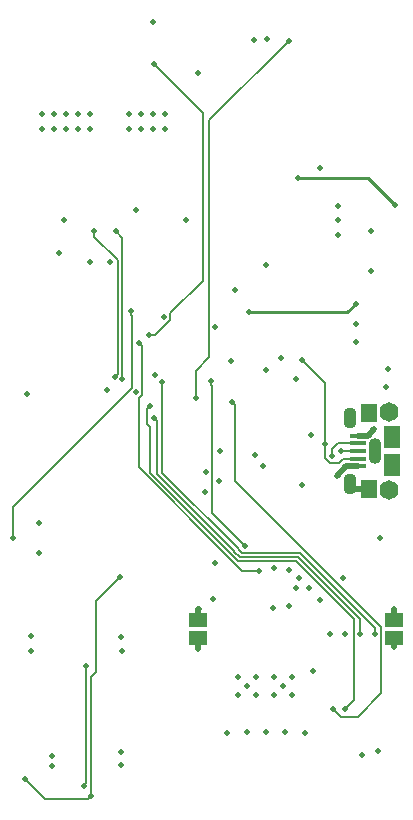
<source format=gbr>
G04 #@! TF.GenerationSoftware,KiCad,Pcbnew,(5.0.0)*
G04 #@! TF.CreationDate,2019-01-02T14:39:16-06:00*
G04 #@! TF.ProjectId,fk-sonar,666B2D736F6E61722E6B696361645F70,0.1*
G04 #@! TF.SameCoordinates,PX791ddc0PY791ddc0*
G04 #@! TF.FileFunction,Copper,L4,Bot,Signal*
G04 #@! TF.FilePolarity,Positive*
%FSLAX46Y46*%
G04 Gerber Fmt 4.6, Leading zero omitted, Abs format (unit mm)*
G04 Created by KiCad (PCBNEW (5.0.0)) date 01/02/19 14:39:16*
%MOMM*%
%LPD*%
G01*
G04 APERTURE LIST*
G04 #@! TA.AperFunction,SMDPad,CuDef*
%ADD10R,1.400000X1.600000*%
G04 #@! TD*
G04 #@! TA.AperFunction,SMDPad,CuDef*
%ADD11R,1.350000X0.400000*%
G04 #@! TD*
G04 #@! TA.AperFunction,ComponentPad*
%ADD12O,1.600000X1.651000*%
G04 #@! TD*
G04 #@! TA.AperFunction,SMDPad,CuDef*
%ADD13R,1.400000X1.900000*%
G04 #@! TD*
G04 #@! TA.AperFunction,ComponentPad*
%ADD14O,1.100000X1.800000*%
G04 #@! TD*
G04 #@! TA.AperFunction,ComponentPad*
%ADD15O,1.100000X2.200000*%
G04 #@! TD*
G04 #@! TA.AperFunction,SMDPad,CuDef*
%ADD16R,1.600200X1.168400*%
G04 #@! TD*
G04 #@! TA.AperFunction,ViaPad*
%ADD17C,0.500000*%
G04 #@! TD*
G04 #@! TA.AperFunction,Conductor*
%ADD18C,0.508000*%
G04 #@! TD*
G04 #@! TA.AperFunction,Conductor*
%ADD19C,0.254000*%
G04 #@! TD*
G04 #@! TA.AperFunction,Conductor*
%ADD20C,0.203200*%
G04 #@! TD*
G04 APERTURE END LIST*
D10*
G04 #@! TO.P,J3,6*
G04 #@! TO.N,Net-(J3-Pad6)*
X26384500Y30378000D03*
D11*
G04 #@! TO.P,J3,5*
G04 #@! TO.N,GND*
X25464500Y25878000D03*
G04 #@! TO.P,J3,4*
G04 #@! TO.N,Net-(J3-Pad4)*
X25464500Y26528000D03*
G04 #@! TO.P,J3,1*
G04 #@! TO.N,VUSB*
X25464500Y28478000D03*
G04 #@! TO.P,J3,2*
G04 #@! TO.N,/USB-*
X25464500Y27828000D03*
D12*
G04 #@! TO.P,J3,*
G04 #@! TO.N,*
X28134500Y23878000D03*
D13*
G04 #@! TO.P,J3,8*
G04 #@! TO.N,Net-(J3-Pad8)*
X28384500Y28378000D03*
D12*
G04 #@! TO.P,J3,*
G04 #@! TO.N,*
X28134500Y30478000D03*
D13*
G04 #@! TO.P,J3,9*
G04 #@! TO.N,Net-(J3-Pad9)*
X28384500Y25978000D03*
D11*
G04 #@! TO.P,J3,3*
G04 #@! TO.N,/USB+*
X25464500Y27178000D03*
D10*
G04 #@! TO.P,J3,7*
G04 #@! TO.N,Net-(C13-Pad1)*
X26384500Y23978000D03*
G04 #@! TD*
D14*
G04 #@! TO.P,J4,6*
G04 #@! TO.N,Net-(C13-Pad1)*
X24774000Y24378000D03*
G04 #@! TO.P,J4,7*
G04 #@! TO.N,Net-(J4-Pad7)*
X24774000Y29978000D03*
D15*
G04 #@! TO.P,J4,8*
G04 #@! TO.N,Net-(J4-Pad8)*
X26924000Y27178000D03*
G04 #@! TD*
D16*
G04 #@! TO.P,J5,2*
G04 #@! TO.N,/PERIPH_3V3*
X28511500Y11366500D03*
G04 #@! TO.P,J5,1*
G04 #@! TO.N,3V3*
X28511500Y12890500D03*
G04 #@! TD*
G04 #@! TO.P,J7,1*
G04 #@! TO.N,3V3*
X11938000Y12890500D03*
G04 #@! TO.P,J7,2*
G04 #@! TO.N,/SENSOR_3V3*
X11938000Y11366500D03*
G04 #@! TD*
D17*
G04 #@! TO.N,GND*
X9144000Y54483000D03*
X8128000Y54483000D03*
X7112000Y54483000D03*
X6096000Y54483000D03*
X2794000Y54483000D03*
X1778000Y54483000D03*
X762000Y54483000D03*
X-254000Y54483000D03*
X-1270000Y54483000D03*
X17780000Y62103000D03*
X10922000Y46736000D03*
X8128000Y63500000D03*
X-1524000Y21082000D03*
X-2540000Y32004000D03*
X14732000Y34798000D03*
X27178000Y1778000D03*
X19621500Y17145000D03*
X19621500Y14033500D03*
X20193000Y15557500D03*
X17653000Y3380000D03*
X16065500Y3380000D03*
X19304000Y3365500D03*
X21653500Y8572500D03*
X25336500Y36385500D03*
X27876500Y32575500D03*
X20193000Y33274000D03*
X2794000Y43179100D03*
X4508500Y43179100D03*
X4254500Y32321500D03*
X8318500Y33591500D03*
X5397500Y571500D03*
X-444500Y1397000D03*
X-2222500Y10223500D03*
X5461000Y10287000D03*
X12509500Y23685500D03*
X9080500Y38544500D03*
X13411776Y37658715D03*
X17653000Y42963200D03*
X14351000Y3341000D03*
X20955000Y3341000D03*
X21526500Y28511500D03*
X23685500Y25082500D03*
X17462500Y25908000D03*
X16764000Y26860500D03*
X20701000Y24320500D03*
X23812500Y46736000D03*
X23812500Y47942500D03*
X22225000Y51181000D03*
X24193500Y16446500D03*
X27368500Y19851000D03*
X13335000Y17716500D03*
X26606500Y45783500D03*
X26606500Y42418000D03*
G04 #@! TO.N,3V3*
X-1270000Y55753000D03*
X-254000Y55753000D03*
X762000Y55753000D03*
X1778000Y55753000D03*
X2794000Y55753000D03*
X6096000Y55753000D03*
X7112000Y55753000D03*
X8128000Y55753000D03*
X9144000Y55753000D03*
X16637000Y61976000D03*
X11938000Y59182000D03*
X-1524000Y18542000D03*
X18338800Y17314400D03*
X18288000Y13906500D03*
X22288500Y14541500D03*
X13208000Y14668500D03*
X25336500Y37909500D03*
X28003500Y34163000D03*
X13779500Y27178000D03*
X13716000Y24638000D03*
X12573000Y25424500D03*
X12001500Y13843000D03*
X28511500Y13779500D03*
X571500Y46736000D03*
X6667500Y47561500D03*
X190500Y43942000D03*
X6683200Y32135700D03*
X15049500Y40830500D03*
X18923000Y35052000D03*
X23812500Y45466000D03*
X17653000Y34036000D03*
X20447000Y16446500D03*
X21336000Y15621000D03*
G04 #@! TO.N,/RST*
X20383500Y50279300D03*
X28613100Y47980600D03*
G04 #@! TO.N,/RESET*
X16256000Y38929490D03*
X25273000Y39624000D03*
G04 #@! TO.N,/A1*
X6286500Y39052500D03*
X-3746500Y19812000D03*
G04 #@! TO.N,/A3*
X7747000Y37020500D03*
X8191500Y59944000D03*
G04 #@! TO.N,/MOSI*
X26924000Y11684000D03*
X8889986Y33020000D03*
G04 #@! TO.N,/SCK*
X25654000Y11684000D03*
X8225621Y29972000D03*
G04 #@! TO.N,/MISO*
X24384000Y5334000D03*
X7874000Y30988000D03*
G04 #@! TO.N,/USB-*
X23304500Y26733500D03*
G04 #@! TO.N,/USB+*
X24034921Y27202441D03*
G04 #@! TO.N,VUSB*
X26860500Y29019500D03*
G04 #@! TO.N,/D13*
X19621500Y61912500D03*
X11747500Y31686500D03*
G04 #@! TO.N,/SCL1*
X2489200Y8976200D03*
X2311402Y-1143000D03*
G04 #@! TO.N,/SDA1*
X2895600Y-2057400D03*
X-2743200Y-609600D03*
X5334000Y16510000D03*
G04 #@! TO.N,/SDA3*
X4889500Y33464500D03*
X3111500Y45783500D03*
G04 #@! TO.N,/SCL3*
X4953000Y45783500D03*
X5507574Y33255633D03*
G04 #@! TO.N,/D6_FLASH_CS*
X23368000Y5334000D03*
X14820657Y31339844D03*
G04 #@! TO.N,/PERIPH_3V3*
X19862800Y8026400D03*
X18338800Y8026400D03*
X18338800Y6502400D03*
X19862800Y6502400D03*
X19100800Y7264400D03*
X24384000Y11684000D03*
X23114000Y11684000D03*
X28511500Y10604500D03*
X25844500Y1460500D03*
G04 #@! TO.N,/D8_PERIPH_EN*
X17081500Y17018000D03*
X6921500Y36322000D03*
G04 #@! TO.N,/SENSOR_3V3*
X15290800Y8026400D03*
X16814800Y8026400D03*
X16814800Y6502400D03*
X15290800Y6502400D03*
X16052800Y7264400D03*
X11938000Y10414000D03*
X5397500Y1714500D03*
X-444500Y508000D03*
X-2222500Y11493500D03*
X5397500Y11430000D03*
G04 #@! TO.N,Net-(J3-Pad4)*
X20701000Y34925000D03*
X22669500Y27813000D03*
G04 #@! TO.N,/D7_SENSOR_EN*
X13017500Y33083500D03*
X15875000Y19113496D03*
G04 #@! TD*
D18*
G04 #@! TO.N,GND*
X25464500Y25878000D02*
X24481000Y25878000D01*
X24481000Y25878000D02*
X23685500Y25082500D01*
G04 #@! TO.N,3V3*
X11938000Y12890500D02*
X11938000Y13779500D01*
X11938000Y13779500D02*
X12001500Y13843000D01*
X28511500Y12890500D02*
X28511500Y13779500D01*
D19*
G04 #@! TO.N,/RST*
X26314400Y50279300D02*
X28613100Y47980600D01*
X20383500Y50279300D02*
X26314400Y50279300D01*
G04 #@! TO.N,/RESET*
X24578490Y38929490D02*
X25273000Y39624000D01*
X16256000Y38929490D02*
X24578490Y38929490D01*
D20*
G04 #@! TO.N,/A1*
X6286500Y38698947D02*
X6350000Y38635447D01*
X6350000Y38635447D02*
X6350000Y32548422D01*
X6286500Y39052500D02*
X6286500Y38698947D01*
X6350000Y32548422D02*
X-3746500Y22451922D01*
X-3746500Y20165553D02*
X-3746500Y19812000D01*
X-3746500Y22451922D02*
X-3746500Y20165553D01*
G04 #@! TO.N,/A3*
X9584501Y38858001D02*
X12319000Y41592500D01*
X12319000Y55816500D02*
X8441499Y59694001D01*
X8441499Y59694001D02*
X8191500Y59944000D01*
X12319000Y41592500D02*
X12319000Y55816500D01*
X9584501Y38302579D02*
X9584501Y38858001D01*
X8302422Y37020500D02*
X9584501Y38302579D01*
X7747000Y37020500D02*
X8302422Y37020500D01*
G04 #@! TO.N,/MOSI*
X8889986Y25336514D02*
X8889986Y32666447D01*
X8889986Y32666447D02*
X8889986Y33020000D01*
X26924000Y11684000D02*
X26924000Y12192000D01*
X15370998Y18808078D02*
X15370998Y18855502D01*
X15633078Y18545998D02*
X15370998Y18808078D01*
X15370998Y18855502D02*
X8889986Y25336514D01*
X16189146Y18554722D02*
X16180422Y18545998D01*
X26924000Y12192000D02*
X20561278Y18554722D01*
X16180422Y18545998D02*
X15633078Y18545998D01*
X20561278Y18554722D02*
X16189146Y18554722D01*
G04 #@! TO.N,/SCK*
X8475620Y29722001D02*
X8225621Y29972000D01*
X8475620Y25247971D02*
X8475620Y29722001D01*
X25654000Y11684000D02*
X25654000Y12954000D01*
X25654000Y12954000D02*
X20408889Y18199111D01*
X16336444Y18199111D02*
X16327720Y18190387D01*
X15015387Y18660780D02*
X15015387Y18708204D01*
X20408889Y18199111D02*
X16336444Y18199111D01*
X16327720Y18190387D02*
X15485780Y18190387D01*
X15485780Y18190387D02*
X15015387Y18660780D01*
X15015387Y18708204D02*
X8475620Y25247971D01*
G04 #@! TO.N,/MISO*
X25146000Y6096000D02*
X25146000Y12954000D01*
X15338482Y17834776D02*
X14659776Y18513482D01*
X16475018Y17834776D02*
X15338482Y17834776D01*
X7874000Y25346682D02*
X7874000Y29226062D01*
X14659776Y18513482D02*
X14659776Y18560906D01*
X7624001Y30738001D02*
X7874000Y30988000D01*
X16483742Y17843500D02*
X16475018Y17834776D01*
X14659776Y18560906D02*
X7874000Y25346682D01*
X7874000Y29226062D02*
X7624001Y29476061D01*
X7624001Y29476061D02*
X7624001Y30738001D01*
X25146000Y12954000D02*
X20256500Y17843500D01*
X24384000Y5334000D02*
X25146000Y6096000D01*
X20256500Y17843500D02*
X16483742Y17843500D01*
G04 #@! TO.N,/USB-*
X23304500Y27357828D02*
X23304500Y27087053D01*
X25464500Y27828000D02*
X23774672Y27828000D01*
X23774672Y27828000D02*
X23304500Y27357828D01*
X23304500Y27087053D02*
X23304500Y26733500D01*
G04 #@! TO.N,/USB+*
X24059362Y27178000D02*
X24034921Y27202441D01*
X25464500Y27178000D02*
X24059362Y27178000D01*
D18*
G04 #@! TO.N,VUSB*
X25464500Y28478000D02*
X26319000Y28478000D01*
X26319000Y28478000D02*
X26860500Y29019500D01*
D20*
G04 #@! TO.N,/D13*
X19621500Y61912500D02*
X12890500Y55181500D01*
X12890500Y55181500D02*
X12890500Y35115500D01*
X12890500Y35115500D02*
X11747500Y33972500D01*
X11747500Y33972500D02*
X11747500Y31686500D01*
G04 #@! TO.N,/SCL1*
X2489200Y8976200D02*
X2489200Y-965202D01*
X2489200Y-965202D02*
X2311402Y-1143000D01*
G04 #@! TO.N,/SDA1*
X-1045401Y-2307399D02*
X2645601Y-2307399D01*
X2645601Y-2307399D02*
X2895600Y-2057400D01*
X-2743200Y-609600D02*
X-1045401Y-2307399D01*
X3302000Y14478000D02*
X3302000Y8458200D01*
X5334000Y16510000D02*
X3302000Y14478000D01*
X3302000Y8458200D02*
X2895600Y8051800D01*
X2895600Y8051800D02*
X2895600Y-2057400D01*
G04 #@! TO.N,/SDA3*
X5139499Y33714499D02*
X5139499Y43311001D01*
X4889500Y33464500D02*
X5139499Y33714499D01*
X5139499Y43311001D02*
X3111500Y45339000D01*
X3111500Y45339000D02*
X3111500Y45783500D01*
G04 #@! TO.N,/SCL3*
X4953000Y45783500D02*
X5507574Y45228926D01*
X5507574Y45228926D02*
X5507574Y33609186D01*
X5507574Y33609186D02*
X5507574Y33255633D01*
G04 #@! TO.N,/D6_FLASH_CS*
X15070656Y31089845D02*
X14820657Y31339844D01*
X24003000Y4699000D02*
X25463500Y4699000D01*
X23368000Y5334000D02*
X24003000Y4699000D01*
X27432000Y6667500D02*
X27432000Y12255500D01*
X25463500Y4699000D02*
X27432000Y6667500D01*
X27432000Y12255500D02*
X15070656Y24616844D01*
X15070656Y24616844D02*
X15070656Y31089845D01*
D18*
G04 #@! TO.N,/PERIPH_3V3*
X28511500Y11366500D02*
X28511500Y10604500D01*
D20*
G04 #@! TO.N,/D8_PERIPH_EN*
X17081500Y17018000D02*
X15652349Y17018000D01*
X7171499Y36072001D02*
X6921500Y36322000D01*
X14304165Y18366184D02*
X14304165Y18413608D01*
X15652349Y17018000D02*
X14304165Y18366184D01*
X7187201Y36056299D02*
X7171499Y36072001D01*
X14304165Y18413608D02*
X6921500Y25796273D01*
X6921500Y31628078D02*
X7187201Y31893779D01*
X7187201Y31893779D02*
X7187201Y36056299D01*
X6921500Y25796273D02*
X6921500Y31628078D01*
D18*
G04 #@! TO.N,Net-(C13-Pad1)*
X25174000Y23978000D02*
X24774000Y24378000D01*
X26384500Y23978000D02*
X25174000Y23978000D01*
G04 #@! TO.N,/SENSOR_3V3*
X11938000Y11366500D02*
X11938000Y10414000D01*
D20*
G04 #@! TO.N,Net-(J3-Pad4)*
X24242000Y26528000D02*
X25464500Y26528000D01*
X23876000Y26162000D02*
X24242000Y26528000D01*
X23114000Y26162000D02*
X23876000Y26162000D01*
X22669500Y27813000D02*
X22669500Y26606500D01*
X22669500Y26606500D02*
X23114000Y26162000D01*
X22669500Y32956500D02*
X20701000Y34925000D01*
X22669500Y27813000D02*
X22669500Y32956500D01*
G04 #@! TO.N,/D7_SENSOR_EN*
X13017500Y32729947D02*
X13081000Y32666447D01*
X13017500Y33083500D02*
X13017500Y32729947D01*
X15625001Y19363495D02*
X15875000Y19113496D01*
X13081000Y32666447D02*
X13081000Y21907496D01*
X13081000Y21907496D02*
X15625001Y19363495D01*
G04 #@! TD*
M02*

</source>
